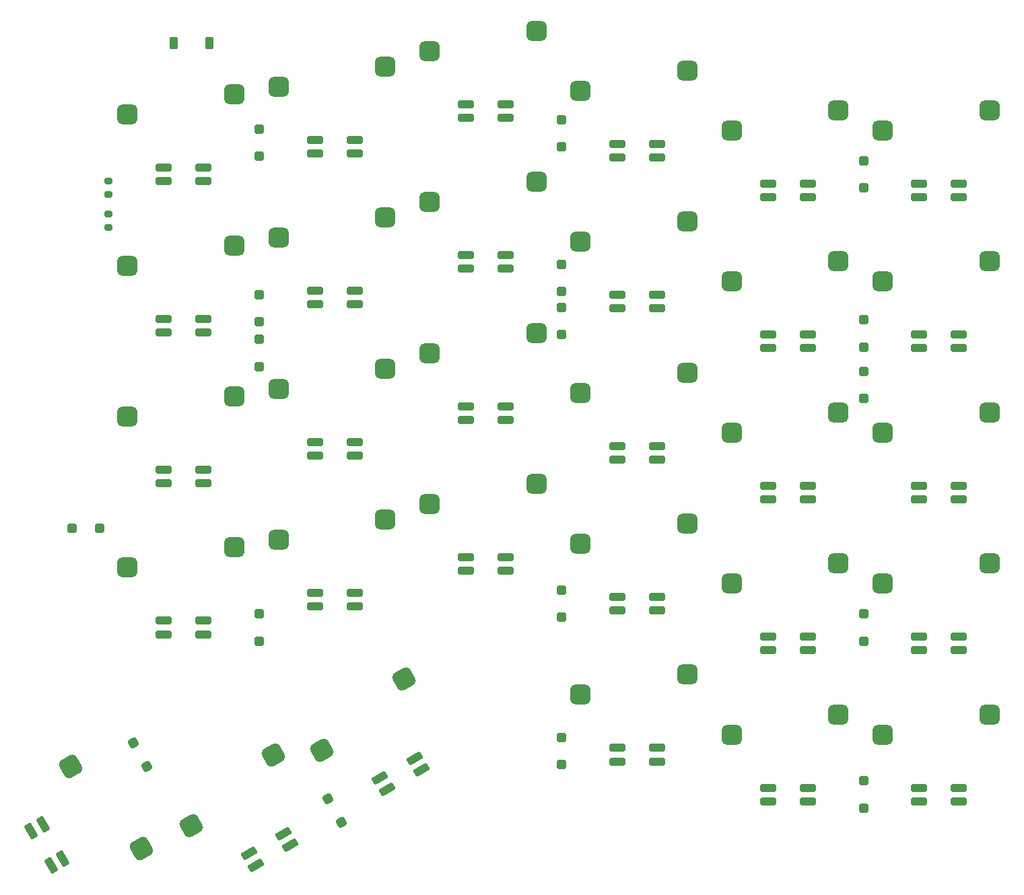
<source format=gbr>
%TF.GenerationSoftware,KiCad,Pcbnew,7.0.5*%
%TF.CreationDate,2023-11-26T00:23:34+09:00*%
%TF.ProjectId,Ultramarine-2,556c7472-616d-4617-9269-6e652d322e6b,rev?*%
%TF.SameCoordinates,Original*%
%TF.FileFunction,Paste,Bot*%
%TF.FilePolarity,Positive*%
%FSLAX46Y46*%
G04 Gerber Fmt 4.6, Leading zero omitted, Abs format (unit mm)*
G04 Created by KiCad (PCBNEW 7.0.5) date 2023-11-26 00:23:34*
%MOMM*%
%LPD*%
G01*
G04 APERTURE LIST*
G04 Aperture macros list*
%AMRoundRect*
0 Rectangle with rounded corners*
0 $1 Rounding radius*
0 $2 $3 $4 $5 $6 $7 $8 $9 X,Y pos of 4 corners*
0 Add a 4 corners polygon primitive as box body*
4,1,4,$2,$3,$4,$5,$6,$7,$8,$9,$2,$3,0*
0 Add four circle primitives for the rounded corners*
1,1,$1+$1,$2,$3*
1,1,$1+$1,$4,$5*
1,1,$1+$1,$6,$7*
1,1,$1+$1,$8,$9*
0 Add four rect primitives between the rounded corners*
20,1,$1+$1,$2,$3,$4,$5,0*
20,1,$1+$1,$4,$5,$6,$7,0*
20,1,$1+$1,$6,$7,$8,$9,0*
20,1,$1+$1,$8,$9,$2,$3,0*%
G04 Aperture macros list end*
%ADD10RoundRect,0.625000X-0.650000X-0.625000X0.650000X-0.625000X0.650000X0.625000X-0.650000X0.625000X0*%
%ADD11RoundRect,0.262500X0.262500X-0.537500X0.262500X0.537500X-0.262500X0.537500X-0.262500X-0.537500X0*%
%ADD12RoundRect,0.625000X-0.250417X-0.866266X0.875417X-0.216266X0.250417X0.866266X-0.875417X0.216266X0*%
%ADD13RoundRect,0.300000X0.300000X-0.300000X0.300000X0.300000X-0.300000X0.300000X-0.300000X-0.300000X0*%
%ADD14RoundRect,0.250000X0.750000X0.250000X-0.750000X0.250000X-0.750000X-0.250000X0.750000X-0.250000X0*%
%ADD15RoundRect,0.300000X0.409808X-0.109808X0.109808X0.409808X-0.409808X0.109808X-0.109808X-0.409808X0*%
%ADD16RoundRect,0.250000X-0.750000X-0.250000X0.750000X-0.250000X0.750000X0.250000X-0.750000X0.250000X0*%
%ADD17RoundRect,0.625000X0.650000X0.625000X-0.650000X0.625000X-0.650000X-0.625000X0.650000X-0.625000X0*%
%ADD18RoundRect,0.300000X-0.300000X0.300000X-0.300000X-0.300000X0.300000X-0.300000X0.300000X0.300000X0*%
%ADD19RoundRect,0.250000X0.524519X0.591506X-0.774519X-0.158494X-0.524519X-0.591506X0.774519X0.158494X0*%
%ADD20RoundRect,0.625000X0.250417X0.866266X-0.875417X0.216266X-0.250417X-0.866266X0.875417X-0.216266X0*%
%ADD21RoundRect,0.200000X0.275000X-0.200000X0.275000X0.200000X-0.275000X0.200000X-0.275000X-0.200000X0*%
%ADD22RoundRect,0.250000X0.591506X-0.524519X-0.158494X0.774519X-0.591506X0.524519X0.158494X-0.774519X0*%
%ADD23RoundRect,0.200000X-0.275000X0.200000X-0.275000X-0.200000X0.275000X-0.200000X0.275000X0.200000X0*%
%ADD24RoundRect,0.625000X0.866266X-0.250417X0.216266X0.875417X-0.866266X0.250417X-0.216266X-0.875417X0*%
%ADD25RoundRect,0.300000X0.300000X0.300000X-0.300000X0.300000X-0.300000X-0.300000X0.300000X-0.300000X0*%
G04 APERTURE END LIST*
D10*
%TO.C,SW27*%
X168915000Y-118460000D03*
X182342000Y-115920000D03*
%TD*%
%TO.C,SW13*%
X206915000Y-85460000D03*
X220342000Y-82920000D03*
%TD*%
%TO.C,SW1*%
X206915000Y-47460000D03*
X220342000Y-44920000D03*
%TD*%
D11*
%TO.C,SW32*%
X122225000Y-36500000D03*
X117775000Y-36500000D03*
%TD*%
D10*
%TO.C,SW21*%
X168915000Y-99460000D03*
X182342000Y-96920000D03*
%TD*%
%TO.C,SW7*%
X206915000Y-66460000D03*
X220342000Y-63920000D03*
%TD*%
%TO.C,SW5*%
X130915000Y-41960000D03*
X144342000Y-39420000D03*
%TD*%
%TO.C,SW3*%
X168915000Y-42460000D03*
X182342000Y-39920000D03*
%TD*%
%TO.C,SW25*%
X206915000Y-123460000D03*
X220342000Y-120920000D03*
%TD*%
%TO.C,SW23*%
X130915000Y-98960000D03*
X144342000Y-96420000D03*
%TD*%
D12*
%TO.C,SW29*%
X119925210Y-134923795D03*
X130283333Y-126010591D03*
%TD*%
D10*
%TO.C,SW19*%
X206915000Y-104460000D03*
X220342000Y-101920000D03*
%TD*%
%TO.C,SW9*%
X168915000Y-61460000D03*
X182342000Y-58920000D03*
%TD*%
%TO.C,SW11*%
X130915000Y-60960000D03*
X144342000Y-58420000D03*
%TD*%
%TO.C,SW15*%
X168915000Y-80460000D03*
X182342000Y-77920000D03*
%TD*%
%TO.C,SW17*%
X130915000Y-79960000D03*
X144342000Y-77420000D03*
%TD*%
D13*
%TO.C,D5*%
X128500000Y-50700000D03*
X128500000Y-47300000D03*
%TD*%
D14*
%TO.C,D56*%
X216500000Y-131850000D03*
X216500000Y-130150000D03*
X211500000Y-130150000D03*
X211500000Y-131850000D03*
%TD*%
D15*
%TO.C,D29*%
X138850000Y-134472243D03*
X137150000Y-131527757D03*
%TD*%
D14*
%TO.C,D45*%
X197500000Y-93850000D03*
X197500000Y-92150000D03*
X192500000Y-92150000D03*
X192500000Y-93850000D03*
%TD*%
%TO.C,D49*%
X121500000Y-91850000D03*
X121500000Y-90150000D03*
X116500000Y-90150000D03*
X116500000Y-91850000D03*
%TD*%
D16*
%TO.C,D53*%
X154500000Y-101150000D03*
X154500000Y-102850000D03*
X159500000Y-102850000D03*
X159500000Y-101150000D03*
%TD*%
D17*
%TO.C,SW2*%
X201342000Y-44920000D03*
X187915000Y-47460000D03*
%TD*%
%TO.C,SW24*%
X125342000Y-99920000D03*
X111915000Y-102460000D03*
%TD*%
D13*
%TO.C,D28*%
X166500000Y-127200000D03*
X166500000Y-123800000D03*
%TD*%
D18*
%TO.C,D17*%
X128500000Y-73750000D03*
X128500000Y-77150000D03*
%TD*%
D14*
%TO.C,D36*%
X140500000Y-50350000D03*
X140500000Y-48650000D03*
X135500000Y-48650000D03*
X135500000Y-50350000D03*
%TD*%
D16*
%TO.C,D39*%
X192500000Y-73150000D03*
X192500000Y-74850000D03*
X197500000Y-74850000D03*
X197500000Y-73150000D03*
%TD*%
D17*
%TO.C,SW20*%
X201342000Y-101920000D03*
X187915000Y-104460000D03*
%TD*%
%TO.C,SW12*%
X125342000Y-61920000D03*
X111915000Y-64460000D03*
%TD*%
D16*
%TO.C,D50*%
X211500000Y-111150000D03*
X211500000Y-112850000D03*
X216500000Y-112850000D03*
X216500000Y-111150000D03*
%TD*%
D19*
%TO.C,D59*%
X148876064Y-127897122D03*
X148026064Y-126424878D03*
X143695936Y-128924878D03*
X144545936Y-130397122D03*
%TD*%
D17*
%TO.C,SW14*%
X201342000Y-82920000D03*
X187915000Y-85460000D03*
%TD*%
D16*
%TO.C,D40*%
X173500000Y-68150000D03*
X173500000Y-69850000D03*
X178500000Y-69850000D03*
X178500000Y-68150000D03*
%TD*%
D18*
%TO.C,D13*%
X204500000Y-77800000D03*
X204500000Y-81200000D03*
%TD*%
D20*
%TO.C,SW28*%
X146738333Y-116510591D03*
X136380210Y-125423795D03*
%TD*%
D21*
%TO.C,R2*%
X109500000Y-59650000D03*
X109500000Y-58000000D03*
%TD*%
D13*
%TO.C,D27*%
X204500000Y-132700000D03*
X204500000Y-129300000D03*
%TD*%
D16*
%TO.C,D38*%
X211500000Y-73150000D03*
X211500000Y-74850000D03*
X216500000Y-74850000D03*
X216500000Y-73150000D03*
%TD*%
D17*
%TO.C,SW4*%
X163342000Y-34920000D03*
X149915000Y-37460000D03*
%TD*%
D14*
%TO.C,D35*%
X159500000Y-45850000D03*
X159500000Y-44150000D03*
X154500000Y-44150000D03*
X154500000Y-45850000D03*
%TD*%
D16*
%TO.C,D41*%
X154500000Y-63150000D03*
X154500000Y-64850000D03*
X159500000Y-64850000D03*
X159500000Y-63150000D03*
%TD*%
D14*
%TO.C,D46*%
X178500000Y-88850000D03*
X178500000Y-87150000D03*
X173500000Y-87150000D03*
X173500000Y-88850000D03*
%TD*%
%TO.C,D33*%
X197500000Y-55850000D03*
X197500000Y-54150000D03*
X192500000Y-54150000D03*
X192500000Y-55850000D03*
%TD*%
D13*
%TO.C,D10*%
X166500000Y-67700000D03*
X166500000Y-64300000D03*
%TD*%
%TO.C,D4*%
X166500000Y-49500000D03*
X166500000Y-46100000D03*
%TD*%
%TO.C,D2*%
X204500000Y-54700000D03*
X204500000Y-51300000D03*
%TD*%
D14*
%TO.C,D37*%
X121500000Y-53850000D03*
X121500000Y-52150000D03*
X116500000Y-52150000D03*
X116500000Y-53850000D03*
%TD*%
D17*
%TO.C,SW8*%
X201342000Y-63920000D03*
X187915000Y-66460000D03*
%TD*%
D16*
%TO.C,D42*%
X135500000Y-67650000D03*
X135500000Y-69350000D03*
X140500000Y-69350000D03*
X140500000Y-67650000D03*
%TD*%
D22*
%TO.C,D61*%
X102310878Y-139944064D03*
X103783122Y-139094064D03*
X101283122Y-134763936D03*
X99810878Y-135613936D03*
%TD*%
D23*
%TO.C,R1*%
X109500000Y-53850000D03*
X109500000Y-55500000D03*
%TD*%
D16*
%TO.C,D55*%
X116500000Y-109150000D03*
X116500000Y-110850000D03*
X121500000Y-110850000D03*
X121500000Y-109150000D03*
%TD*%
D17*
%TO.C,SW22*%
X163342000Y-91920000D03*
X149915000Y-94460000D03*
%TD*%
D16*
%TO.C,D54*%
X135500000Y-105650000D03*
X135500000Y-107350000D03*
X140500000Y-107350000D03*
X140500000Y-105650000D03*
%TD*%
D14*
%TO.C,D58*%
X178500000Y-126850000D03*
X178500000Y-125150000D03*
X173500000Y-125150000D03*
X173500000Y-126850000D03*
%TD*%
D18*
%TO.C,D16*%
X166500000Y-69750000D03*
X166500000Y-73150000D03*
%TD*%
D14*
%TO.C,D57*%
X197500000Y-131850000D03*
X197500000Y-130150000D03*
X192500000Y-130150000D03*
X192500000Y-131850000D03*
%TD*%
D24*
%TO.C,SW30*%
X113697409Y-137806333D03*
X104784205Y-127448210D03*
%TD*%
D14*
%TO.C,D34*%
X178500000Y-50850000D03*
X178500000Y-49150000D03*
X173500000Y-49150000D03*
X173500000Y-50850000D03*
%TD*%
D17*
%TO.C,SW16*%
X163342000Y-72920000D03*
X149915000Y-75460000D03*
%TD*%
D15*
%TO.C,D31*%
X114350000Y-127472243D03*
X112650000Y-124527757D03*
%TD*%
D14*
%TO.C,D44*%
X216500000Y-93850000D03*
X216500000Y-92150000D03*
X211500000Y-92150000D03*
X211500000Y-93850000D03*
%TD*%
D16*
%TO.C,D51*%
X192500000Y-111150000D03*
X192500000Y-112850000D03*
X197500000Y-112850000D03*
X197500000Y-111150000D03*
%TD*%
D17*
%TO.C,SW6*%
X125342000Y-42920000D03*
X111915000Y-45460000D03*
%TD*%
D19*
%TO.C,D60*%
X132421064Y-137397122D03*
X131571064Y-135924878D03*
X127240936Y-138424878D03*
X128090936Y-139897122D03*
%TD*%
D14*
%TO.C,D32*%
X216500000Y-55850000D03*
X216500000Y-54150000D03*
X211500000Y-54150000D03*
X211500000Y-55850000D03*
%TD*%
D17*
%TO.C,SW18*%
X125342000Y-80920000D03*
X111915000Y-83460000D03*
%TD*%
D14*
%TO.C,D47*%
X159500000Y-83850000D03*
X159500000Y-82150000D03*
X154500000Y-82150000D03*
X154500000Y-83850000D03*
%TD*%
D13*
%TO.C,D19*%
X204500000Y-111700000D03*
X204500000Y-108300000D03*
%TD*%
%TO.C,D11*%
X128500000Y-71500000D03*
X128500000Y-68100000D03*
%TD*%
D16*
%TO.C,D52*%
X173500000Y-106150000D03*
X173500000Y-107850000D03*
X178500000Y-107850000D03*
X178500000Y-106150000D03*
%TD*%
D13*
%TO.C,D23*%
X128500000Y-111700000D03*
X128500000Y-108300000D03*
%TD*%
D17*
%TO.C,SW10*%
X163342000Y-53920000D03*
X149915000Y-56460000D03*
%TD*%
D14*
%TO.C,D48*%
X140500000Y-88350000D03*
X140500000Y-86650000D03*
X135500000Y-86650000D03*
X135500000Y-88350000D03*
%TD*%
D13*
%TO.C,D8*%
X204500000Y-74700000D03*
X204500000Y-71300000D03*
%TD*%
D25*
%TO.C,D25*%
X108400000Y-97500000D03*
X105000000Y-97500000D03*
%TD*%
D17*
%TO.C,SW26*%
X201342000Y-120920000D03*
X187915000Y-123460000D03*
%TD*%
D16*
%TO.C,D43*%
X116500000Y-71150000D03*
X116500000Y-72850000D03*
X121500000Y-72850000D03*
X121500000Y-71150000D03*
%TD*%
D13*
%TO.C,D22*%
X166500000Y-108700000D03*
X166500000Y-105300000D03*
%TD*%
M02*

</source>
